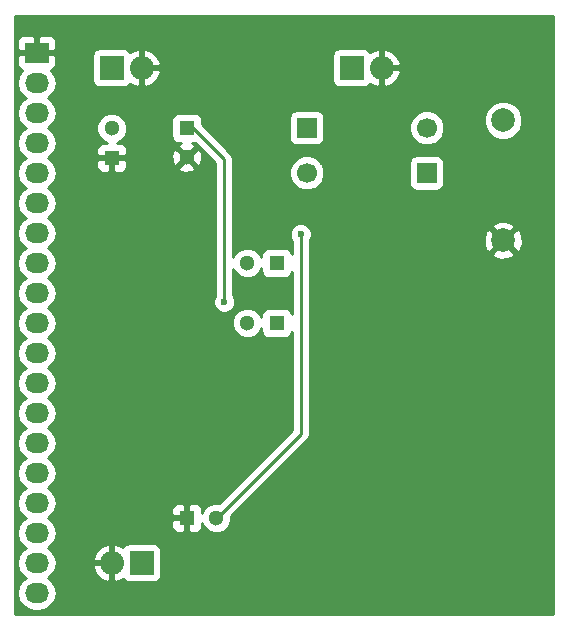
<source format=gbr>
G04 #@! TF.FileFunction,Copper,L2,Bot,Signal*
%FSLAX46Y46*%
G04 Gerber Fmt 4.6, Leading zero omitted, Abs format (unit mm)*
G04 Created by KiCad (PCBNEW 4.0.6-e0-6349~53~ubuntu16.04.1) date Thu Oct  5 16:52:54 2017*
%MOMM*%
%LPD*%
G01*
G04 APERTURE LIST*
%ADD10C,0.100000*%
%ADD11R,1.300000X1.300000*%
%ADD12C,1.300000*%
%ADD13C,1.699260*%
%ADD14R,1.699260X1.699260*%
%ADD15R,2.032000X1.727200*%
%ADD16O,2.032000X1.727200*%
%ADD17R,2.032000X2.032000*%
%ADD18O,2.032000X2.032000*%
%ADD19C,1.998980*%
%ADD20C,0.600000*%
%ADD21C,0.250000*%
%ADD22C,0.254000*%
G04 APERTURE END LIST*
D10*
D11*
X93980000Y-132080000D03*
D12*
X93980000Y-129580000D03*
D11*
X100330000Y-129540000D03*
D12*
X100330000Y-132040000D03*
D11*
X100330000Y-162560000D03*
D12*
X102830000Y-162560000D03*
D11*
X107950000Y-140970000D03*
D12*
X105450000Y-140970000D03*
D11*
X107950000Y-146050000D03*
D12*
X105450000Y-146050000D03*
D13*
X120650520Y-129537460D03*
D14*
X110490520Y-129537460D03*
D13*
X110489480Y-133352540D03*
D14*
X120649480Y-133352540D03*
D15*
X87630000Y-123190000D03*
D16*
X87630000Y-125730000D03*
X87630000Y-128270000D03*
X87630000Y-130810000D03*
X87630000Y-133350000D03*
X87630000Y-135890000D03*
X87630000Y-138430000D03*
X87630000Y-140970000D03*
X87630000Y-143510000D03*
X87630000Y-146050000D03*
X87630000Y-148590000D03*
X87630000Y-151130000D03*
X87630000Y-153670000D03*
X87630000Y-156210000D03*
X87630000Y-158750000D03*
X87630000Y-161290000D03*
X87630000Y-163830000D03*
X87630000Y-166370000D03*
X87630000Y-168910000D03*
D17*
X96520000Y-166370000D03*
D18*
X93980000Y-166370000D03*
D17*
X114300000Y-124460000D03*
D18*
X116840000Y-124460000D03*
D17*
X93980000Y-124460000D03*
D18*
X96520000Y-124460000D03*
D19*
X127127000Y-128905000D03*
X127127000Y-139065000D03*
D20*
X103505000Y-144272000D03*
X109982000Y-138557000D03*
D21*
X100330000Y-129540000D02*
X100838000Y-129540000D01*
X100838000Y-129540000D02*
X103505000Y-132207000D01*
X103505000Y-132207000D02*
X103505000Y-144272000D01*
X100290000Y-129580000D02*
X100330000Y-129540000D01*
X102830000Y-162560000D02*
X102870000Y-162560000D01*
X102870000Y-162560000D02*
X109982000Y-155448000D01*
X109982000Y-155448000D02*
X109982000Y-138557000D01*
D22*
G36*
X131370000Y-170740000D02*
X85800000Y-170740000D01*
X85800000Y-125730000D01*
X85946655Y-125730000D01*
X86060729Y-126303489D01*
X86385585Y-126789670D01*
X86700366Y-127000000D01*
X86385585Y-127210330D01*
X86060729Y-127696511D01*
X85946655Y-128270000D01*
X86060729Y-128843489D01*
X86385585Y-129329670D01*
X86700366Y-129540000D01*
X86385585Y-129750330D01*
X86060729Y-130236511D01*
X85946655Y-130810000D01*
X86060729Y-131383489D01*
X86385585Y-131869670D01*
X86700366Y-132080000D01*
X86385585Y-132290330D01*
X86060729Y-132776511D01*
X85946655Y-133350000D01*
X86060729Y-133923489D01*
X86385585Y-134409670D01*
X86700366Y-134620000D01*
X86385585Y-134830330D01*
X86060729Y-135316511D01*
X85946655Y-135890000D01*
X86060729Y-136463489D01*
X86385585Y-136949670D01*
X86700366Y-137160000D01*
X86385585Y-137370330D01*
X86060729Y-137856511D01*
X85946655Y-138430000D01*
X86060729Y-139003489D01*
X86385585Y-139489670D01*
X86700366Y-139700000D01*
X86385585Y-139910330D01*
X86060729Y-140396511D01*
X85946655Y-140970000D01*
X86060729Y-141543489D01*
X86385585Y-142029670D01*
X86700366Y-142240000D01*
X86385585Y-142450330D01*
X86060729Y-142936511D01*
X85946655Y-143510000D01*
X86060729Y-144083489D01*
X86385585Y-144569670D01*
X86700366Y-144780000D01*
X86385585Y-144990330D01*
X86060729Y-145476511D01*
X85946655Y-146050000D01*
X86060729Y-146623489D01*
X86385585Y-147109670D01*
X86700366Y-147320000D01*
X86385585Y-147530330D01*
X86060729Y-148016511D01*
X85946655Y-148590000D01*
X86060729Y-149163489D01*
X86385585Y-149649670D01*
X86700366Y-149860000D01*
X86385585Y-150070330D01*
X86060729Y-150556511D01*
X85946655Y-151130000D01*
X86060729Y-151703489D01*
X86385585Y-152189670D01*
X86700366Y-152400000D01*
X86385585Y-152610330D01*
X86060729Y-153096511D01*
X85946655Y-153670000D01*
X86060729Y-154243489D01*
X86385585Y-154729670D01*
X86700366Y-154940000D01*
X86385585Y-155150330D01*
X86060729Y-155636511D01*
X85946655Y-156210000D01*
X86060729Y-156783489D01*
X86385585Y-157269670D01*
X86700366Y-157480000D01*
X86385585Y-157690330D01*
X86060729Y-158176511D01*
X85946655Y-158750000D01*
X86060729Y-159323489D01*
X86385585Y-159809670D01*
X86700366Y-160020000D01*
X86385585Y-160230330D01*
X86060729Y-160716511D01*
X85946655Y-161290000D01*
X86060729Y-161863489D01*
X86385585Y-162349670D01*
X86700366Y-162560000D01*
X86385585Y-162770330D01*
X86060729Y-163256511D01*
X85946655Y-163830000D01*
X86060729Y-164403489D01*
X86385585Y-164889670D01*
X86700366Y-165100000D01*
X86385585Y-165310330D01*
X86060729Y-165796511D01*
X85946655Y-166370000D01*
X86060729Y-166943489D01*
X86385585Y-167429670D01*
X86700366Y-167640000D01*
X86385585Y-167850330D01*
X86060729Y-168336511D01*
X85946655Y-168910000D01*
X86060729Y-169483489D01*
X86385585Y-169969670D01*
X86871766Y-170294526D01*
X87445255Y-170408600D01*
X87814745Y-170408600D01*
X88388234Y-170294526D01*
X88874415Y-169969670D01*
X89199271Y-169483489D01*
X89313345Y-168910000D01*
X89199271Y-168336511D01*
X88874415Y-167850330D01*
X88559634Y-167640000D01*
X88874415Y-167429670D01*
X89199271Y-166943489D01*
X89237172Y-166752944D01*
X92374025Y-166752944D01*
X92573615Y-167234818D01*
X93011621Y-167707188D01*
X93597054Y-167975983D01*
X93853000Y-167857367D01*
X93853000Y-166497000D01*
X92493164Y-166497000D01*
X92374025Y-166752944D01*
X89237172Y-166752944D01*
X89313345Y-166370000D01*
X89237173Y-165987056D01*
X92374025Y-165987056D01*
X92493164Y-166243000D01*
X93853000Y-166243000D01*
X93853000Y-164882633D01*
X94107000Y-164882633D01*
X94107000Y-166243000D01*
X94127000Y-166243000D01*
X94127000Y-166497000D01*
X94107000Y-166497000D01*
X94107000Y-167857367D01*
X94362946Y-167975983D01*
X94948379Y-167707188D01*
X94952934Y-167702276D01*
X95039910Y-167837441D01*
X95252110Y-167982431D01*
X95504000Y-168033440D01*
X97536000Y-168033440D01*
X97771317Y-167989162D01*
X97987441Y-167850090D01*
X98132431Y-167637890D01*
X98183440Y-167386000D01*
X98183440Y-165354000D01*
X98139162Y-165118683D01*
X98000090Y-164902559D01*
X97787890Y-164757569D01*
X97536000Y-164706560D01*
X95504000Y-164706560D01*
X95268683Y-164750838D01*
X95052559Y-164889910D01*
X94952144Y-165036872D01*
X94948379Y-165032812D01*
X94362946Y-164764017D01*
X94107000Y-164882633D01*
X93853000Y-164882633D01*
X93597054Y-164764017D01*
X93011621Y-165032812D01*
X92573615Y-165505182D01*
X92374025Y-165987056D01*
X89237173Y-165987056D01*
X89199271Y-165796511D01*
X88874415Y-165310330D01*
X88559634Y-165100000D01*
X88874415Y-164889670D01*
X89199271Y-164403489D01*
X89313345Y-163830000D01*
X89199271Y-163256511D01*
X88924810Y-162845750D01*
X99045000Y-162845750D01*
X99045000Y-163336310D01*
X99141673Y-163569699D01*
X99320302Y-163748327D01*
X99553691Y-163845000D01*
X100044250Y-163845000D01*
X100203000Y-163686250D01*
X100203000Y-162687000D01*
X99203750Y-162687000D01*
X99045000Y-162845750D01*
X88924810Y-162845750D01*
X88874415Y-162770330D01*
X88559634Y-162560000D01*
X88874415Y-162349670D01*
X89199271Y-161863489D01*
X89215144Y-161783690D01*
X99045000Y-161783690D01*
X99045000Y-162274250D01*
X99203750Y-162433000D01*
X100203000Y-162433000D01*
X100203000Y-161433750D01*
X100044250Y-161275000D01*
X99553691Y-161275000D01*
X99320302Y-161371673D01*
X99141673Y-161550301D01*
X99045000Y-161783690D01*
X89215144Y-161783690D01*
X89313345Y-161290000D01*
X89199271Y-160716511D01*
X88874415Y-160230330D01*
X88559634Y-160020000D01*
X88874415Y-159809670D01*
X89199271Y-159323489D01*
X89313345Y-158750000D01*
X89199271Y-158176511D01*
X88874415Y-157690330D01*
X88559634Y-157480000D01*
X88874415Y-157269670D01*
X89199271Y-156783489D01*
X89313345Y-156210000D01*
X89199271Y-155636511D01*
X88874415Y-155150330D01*
X88559634Y-154940000D01*
X88874415Y-154729670D01*
X89199271Y-154243489D01*
X89313345Y-153670000D01*
X89199271Y-153096511D01*
X88874415Y-152610330D01*
X88559634Y-152400000D01*
X88874415Y-152189670D01*
X89199271Y-151703489D01*
X89313345Y-151130000D01*
X89199271Y-150556511D01*
X88874415Y-150070330D01*
X88559634Y-149860000D01*
X88874415Y-149649670D01*
X89199271Y-149163489D01*
X89313345Y-148590000D01*
X89199271Y-148016511D01*
X88874415Y-147530330D01*
X88559634Y-147320000D01*
X88874415Y-147109670D01*
X89199271Y-146623489D01*
X89313345Y-146050000D01*
X89199271Y-145476511D01*
X88874415Y-144990330D01*
X88559634Y-144780000D01*
X88874415Y-144569670D01*
X89199271Y-144083489D01*
X89313345Y-143510000D01*
X89199271Y-142936511D01*
X88874415Y-142450330D01*
X88559634Y-142240000D01*
X88874415Y-142029670D01*
X89199271Y-141543489D01*
X89313345Y-140970000D01*
X89199271Y-140396511D01*
X88874415Y-139910330D01*
X88559634Y-139700000D01*
X88874415Y-139489670D01*
X89199271Y-139003489D01*
X89313345Y-138430000D01*
X89199271Y-137856511D01*
X88874415Y-137370330D01*
X88559634Y-137160000D01*
X88874415Y-136949670D01*
X89199271Y-136463489D01*
X89313345Y-135890000D01*
X89199271Y-135316511D01*
X88874415Y-134830330D01*
X88559634Y-134620000D01*
X88874415Y-134409670D01*
X89199271Y-133923489D01*
X89313345Y-133350000D01*
X89199271Y-132776511D01*
X88924810Y-132365750D01*
X92695000Y-132365750D01*
X92695000Y-132856309D01*
X92791673Y-133089698D01*
X92970301Y-133268327D01*
X93203690Y-133365000D01*
X93694250Y-133365000D01*
X93853000Y-133206250D01*
X93853000Y-132207000D01*
X94107000Y-132207000D01*
X94107000Y-133206250D01*
X94265750Y-133365000D01*
X94756310Y-133365000D01*
X94989699Y-133268327D01*
X95168327Y-133089698D01*
X95230741Y-132939016D01*
X99610590Y-132939016D01*
X99666271Y-133169611D01*
X100149078Y-133337622D01*
X100659428Y-133308083D01*
X100993729Y-133169611D01*
X101049410Y-132939016D01*
X100330000Y-132219605D01*
X99610590Y-132939016D01*
X95230741Y-132939016D01*
X95265000Y-132856309D01*
X95265000Y-132365750D01*
X95106250Y-132207000D01*
X94107000Y-132207000D01*
X93853000Y-132207000D01*
X92853750Y-132207000D01*
X92695000Y-132365750D01*
X88924810Y-132365750D01*
X88874415Y-132290330D01*
X88559634Y-132080000D01*
X88874415Y-131869670D01*
X89199271Y-131383489D01*
X89313345Y-130810000D01*
X89199271Y-130236511D01*
X88930643Y-129834481D01*
X92694777Y-129834481D01*
X92889995Y-130306943D01*
X93251155Y-130668735D01*
X93555235Y-130795000D01*
X93203690Y-130795000D01*
X92970301Y-130891673D01*
X92791673Y-131070302D01*
X92695000Y-131303691D01*
X92695000Y-131794250D01*
X92853750Y-131953000D01*
X93853000Y-131953000D01*
X93853000Y-131933000D01*
X94107000Y-131933000D01*
X94107000Y-131953000D01*
X95106250Y-131953000D01*
X95200172Y-131859078D01*
X99032378Y-131859078D01*
X99061917Y-132369428D01*
X99200389Y-132703729D01*
X99430984Y-132759410D01*
X100150395Y-132040000D01*
X100509605Y-132040000D01*
X101229016Y-132759410D01*
X101459611Y-132703729D01*
X101627622Y-132220922D01*
X101598083Y-131710572D01*
X101459611Y-131376271D01*
X101229016Y-131320590D01*
X100509605Y-132040000D01*
X100150395Y-132040000D01*
X99430984Y-131320590D01*
X99200389Y-131376271D01*
X99032378Y-131859078D01*
X95200172Y-131859078D01*
X95265000Y-131794250D01*
X95265000Y-131303691D01*
X95168327Y-131070302D01*
X94989699Y-130891673D01*
X94756310Y-130795000D01*
X94404433Y-130795000D01*
X94706943Y-130670005D01*
X95068735Y-130308845D01*
X95264777Y-129836724D01*
X95265223Y-129325519D01*
X95085270Y-128890000D01*
X99032560Y-128890000D01*
X99032560Y-130190000D01*
X99076838Y-130425317D01*
X99215910Y-130641441D01*
X99428110Y-130786431D01*
X99680000Y-130837440D01*
X99842385Y-130837440D01*
X99666271Y-130910389D01*
X99610590Y-131140984D01*
X100330000Y-131860395D01*
X101049410Y-131140984D01*
X100993729Y-130910389D01*
X100784098Y-130837440D01*
X100980000Y-130837440D01*
X101047868Y-130824670D01*
X102745000Y-132521802D01*
X102745000Y-143709537D01*
X102712808Y-143741673D01*
X102570162Y-144085201D01*
X102569838Y-144457167D01*
X102711883Y-144800943D01*
X102974673Y-145064192D01*
X103318201Y-145206838D01*
X103690167Y-145207162D01*
X104033943Y-145065117D01*
X104297192Y-144802327D01*
X104439838Y-144458799D01*
X104440162Y-144086833D01*
X104298117Y-143743057D01*
X104265000Y-143709882D01*
X104265000Y-141467038D01*
X104359995Y-141696943D01*
X104721155Y-142058735D01*
X105193276Y-142254777D01*
X105704481Y-142255223D01*
X106176943Y-142060005D01*
X106538735Y-141698845D01*
X106652560Y-141424724D01*
X106652560Y-141620000D01*
X106696838Y-141855317D01*
X106835910Y-142071441D01*
X107048110Y-142216431D01*
X107300000Y-142267440D01*
X108600000Y-142267440D01*
X108835317Y-142223162D01*
X109051441Y-142084090D01*
X109196431Y-141871890D01*
X109222000Y-141745626D01*
X109222000Y-145264798D01*
X109203162Y-145164683D01*
X109064090Y-144948559D01*
X108851890Y-144803569D01*
X108600000Y-144752560D01*
X107300000Y-144752560D01*
X107064683Y-144796838D01*
X106848559Y-144935910D01*
X106703569Y-145148110D01*
X106652560Y-145400000D01*
X106652560Y-145595460D01*
X106540005Y-145323057D01*
X106178845Y-144961265D01*
X105706724Y-144765223D01*
X105195519Y-144764777D01*
X104723057Y-144959995D01*
X104361265Y-145321155D01*
X104165223Y-145793276D01*
X104164777Y-146304481D01*
X104359995Y-146776943D01*
X104721155Y-147138735D01*
X105193276Y-147334777D01*
X105704481Y-147335223D01*
X106176943Y-147140005D01*
X106538735Y-146778845D01*
X106652560Y-146504724D01*
X106652560Y-146700000D01*
X106696838Y-146935317D01*
X106835910Y-147151441D01*
X107048110Y-147296431D01*
X107300000Y-147347440D01*
X108600000Y-147347440D01*
X108835317Y-147303162D01*
X109051441Y-147164090D01*
X109196431Y-146951890D01*
X109222000Y-146825626D01*
X109222000Y-155133198D01*
X103079981Y-161275217D01*
X102575519Y-161274777D01*
X102103057Y-161469995D01*
X101741265Y-161831155D01*
X101615000Y-162135235D01*
X101615000Y-161783690D01*
X101518327Y-161550301D01*
X101339698Y-161371673D01*
X101106309Y-161275000D01*
X100615750Y-161275000D01*
X100457000Y-161433750D01*
X100457000Y-162433000D01*
X100477000Y-162433000D01*
X100477000Y-162687000D01*
X100457000Y-162687000D01*
X100457000Y-163686250D01*
X100615750Y-163845000D01*
X101106309Y-163845000D01*
X101339698Y-163748327D01*
X101518327Y-163569699D01*
X101615000Y-163336310D01*
X101615000Y-162984433D01*
X101739995Y-163286943D01*
X102101155Y-163648735D01*
X102573276Y-163844777D01*
X103084481Y-163845223D01*
X103556943Y-163650005D01*
X103918735Y-163288845D01*
X104114777Y-162816724D01*
X104115150Y-162389652D01*
X110519401Y-155985401D01*
X110684148Y-155738839D01*
X110742000Y-155448000D01*
X110742000Y-140217163D01*
X126154443Y-140217163D01*
X126253042Y-140483965D01*
X126862582Y-140710401D01*
X127512377Y-140686341D01*
X128000958Y-140483965D01*
X128099557Y-140217163D01*
X127127000Y-139244605D01*
X126154443Y-140217163D01*
X110742000Y-140217163D01*
X110742000Y-139119463D01*
X110774192Y-139087327D01*
X110893259Y-138800582D01*
X125481599Y-138800582D01*
X125505659Y-139450377D01*
X125708035Y-139938958D01*
X125974837Y-140037557D01*
X126947395Y-139065000D01*
X127306605Y-139065000D01*
X128279163Y-140037557D01*
X128545965Y-139938958D01*
X128772401Y-139329418D01*
X128748341Y-138679623D01*
X128545965Y-138191042D01*
X128279163Y-138092443D01*
X127306605Y-139065000D01*
X126947395Y-139065000D01*
X125974837Y-138092443D01*
X125708035Y-138191042D01*
X125481599Y-138800582D01*
X110893259Y-138800582D01*
X110916838Y-138743799D01*
X110917162Y-138371833D01*
X110775117Y-138028057D01*
X110660098Y-137912837D01*
X126154443Y-137912837D01*
X127127000Y-138885395D01*
X128099557Y-137912837D01*
X128000958Y-137646035D01*
X127391418Y-137419599D01*
X126741623Y-137443659D01*
X126253042Y-137646035D01*
X126154443Y-137912837D01*
X110660098Y-137912837D01*
X110512327Y-137764808D01*
X110168799Y-137622162D01*
X109796833Y-137621838D01*
X109453057Y-137763883D01*
X109189808Y-138026673D01*
X109047162Y-138370201D01*
X109046838Y-138742167D01*
X109188883Y-139085943D01*
X109222000Y-139119118D01*
X109222000Y-140184798D01*
X109203162Y-140084683D01*
X109064090Y-139868559D01*
X108851890Y-139723569D01*
X108600000Y-139672560D01*
X107300000Y-139672560D01*
X107064683Y-139716838D01*
X106848559Y-139855910D01*
X106703569Y-140068110D01*
X106652560Y-140320000D01*
X106652560Y-140515460D01*
X106540005Y-140243057D01*
X106178845Y-139881265D01*
X105706724Y-139685223D01*
X105195519Y-139684777D01*
X104723057Y-139879995D01*
X104361265Y-140241155D01*
X104265000Y-140472987D01*
X104265000Y-133646556D01*
X109004592Y-133646556D01*
X109230138Y-134192417D01*
X109647406Y-134610414D01*
X110192873Y-134836912D01*
X110783496Y-134837428D01*
X111329357Y-134611882D01*
X111747354Y-134194614D01*
X111973852Y-133649147D01*
X111974368Y-133058524D01*
X111748822Y-132512663D01*
X111739087Y-132502910D01*
X119152410Y-132502910D01*
X119152410Y-134202170D01*
X119196688Y-134437487D01*
X119335760Y-134653611D01*
X119547960Y-134798601D01*
X119799850Y-134849610D01*
X121499110Y-134849610D01*
X121734427Y-134805332D01*
X121950551Y-134666260D01*
X122095541Y-134454060D01*
X122146550Y-134202170D01*
X122146550Y-132502910D01*
X122102272Y-132267593D01*
X121963200Y-132051469D01*
X121751000Y-131906479D01*
X121499110Y-131855470D01*
X119799850Y-131855470D01*
X119564533Y-131899748D01*
X119348409Y-132038820D01*
X119203419Y-132251020D01*
X119152410Y-132502910D01*
X111739087Y-132502910D01*
X111331554Y-132094666D01*
X110786087Y-131868168D01*
X110195464Y-131867652D01*
X109649603Y-132093198D01*
X109231606Y-132510466D01*
X109005108Y-133055933D01*
X109004592Y-133646556D01*
X104265000Y-133646556D01*
X104265000Y-132207000D01*
X104207148Y-131916161D01*
X104042401Y-131669599D01*
X101627440Y-129254638D01*
X101627440Y-128890000D01*
X101589400Y-128687830D01*
X108993450Y-128687830D01*
X108993450Y-130387090D01*
X109037728Y-130622407D01*
X109176800Y-130838531D01*
X109389000Y-130983521D01*
X109640890Y-131034530D01*
X111340150Y-131034530D01*
X111575467Y-130990252D01*
X111791591Y-130851180D01*
X111936581Y-130638980D01*
X111987590Y-130387090D01*
X111987590Y-129831476D01*
X119165632Y-129831476D01*
X119391178Y-130377337D01*
X119808446Y-130795334D01*
X120353913Y-131021832D01*
X120944536Y-131022348D01*
X121490397Y-130796802D01*
X121908394Y-130379534D01*
X122134892Y-129834067D01*
X122135408Y-129243444D01*
X122129314Y-129228694D01*
X125492226Y-129228694D01*
X125740538Y-129829655D01*
X126199927Y-130289846D01*
X126800453Y-130539206D01*
X127450694Y-130539774D01*
X128051655Y-130291462D01*
X128511846Y-129832073D01*
X128761206Y-129231547D01*
X128761774Y-128581306D01*
X128513462Y-127980345D01*
X128054073Y-127520154D01*
X127453547Y-127270794D01*
X126803306Y-127270226D01*
X126202345Y-127518538D01*
X125742154Y-127977927D01*
X125492794Y-128578453D01*
X125492226Y-129228694D01*
X122129314Y-129228694D01*
X121909862Y-128697583D01*
X121492594Y-128279586D01*
X120947127Y-128053088D01*
X120356504Y-128052572D01*
X119810643Y-128278118D01*
X119392646Y-128695386D01*
X119166148Y-129240853D01*
X119165632Y-129831476D01*
X111987590Y-129831476D01*
X111987590Y-128687830D01*
X111943312Y-128452513D01*
X111804240Y-128236389D01*
X111592040Y-128091399D01*
X111340150Y-128040390D01*
X109640890Y-128040390D01*
X109405573Y-128084668D01*
X109189449Y-128223740D01*
X109044459Y-128435940D01*
X108993450Y-128687830D01*
X101589400Y-128687830D01*
X101583162Y-128654683D01*
X101444090Y-128438559D01*
X101231890Y-128293569D01*
X100980000Y-128242560D01*
X99680000Y-128242560D01*
X99444683Y-128286838D01*
X99228559Y-128425910D01*
X99083569Y-128638110D01*
X99032560Y-128890000D01*
X95085270Y-128890000D01*
X95070005Y-128853057D01*
X94708845Y-128491265D01*
X94236724Y-128295223D01*
X93725519Y-128294777D01*
X93253057Y-128489995D01*
X92891265Y-128851155D01*
X92695223Y-129323276D01*
X92694777Y-129834481D01*
X88930643Y-129834481D01*
X88874415Y-129750330D01*
X88559634Y-129540000D01*
X88874415Y-129329670D01*
X89199271Y-128843489D01*
X89313345Y-128270000D01*
X89199271Y-127696511D01*
X88874415Y-127210330D01*
X88559634Y-127000000D01*
X88874415Y-126789670D01*
X89199271Y-126303489D01*
X89313345Y-125730000D01*
X89199271Y-125156511D01*
X88874415Y-124670330D01*
X88852220Y-124655500D01*
X89005699Y-124591927D01*
X89184327Y-124413298D01*
X89281000Y-124179909D01*
X89281000Y-123475750D01*
X89249250Y-123444000D01*
X92316560Y-123444000D01*
X92316560Y-125476000D01*
X92360838Y-125711317D01*
X92499910Y-125927441D01*
X92712110Y-126072431D01*
X92964000Y-126123440D01*
X94996000Y-126123440D01*
X95231317Y-126079162D01*
X95447441Y-125940090D01*
X95547856Y-125793128D01*
X95551621Y-125797188D01*
X96137054Y-126065983D01*
X96393000Y-125947367D01*
X96393000Y-124587000D01*
X96647000Y-124587000D01*
X96647000Y-125947367D01*
X96902946Y-126065983D01*
X97488379Y-125797188D01*
X97926385Y-125324818D01*
X98125975Y-124842944D01*
X98006836Y-124587000D01*
X96647000Y-124587000D01*
X96393000Y-124587000D01*
X96373000Y-124587000D01*
X96373000Y-124333000D01*
X96393000Y-124333000D01*
X96393000Y-122972633D01*
X96647000Y-122972633D01*
X96647000Y-124333000D01*
X98006836Y-124333000D01*
X98125975Y-124077056D01*
X97926385Y-123595182D01*
X97786202Y-123444000D01*
X112636560Y-123444000D01*
X112636560Y-125476000D01*
X112680838Y-125711317D01*
X112819910Y-125927441D01*
X113032110Y-126072431D01*
X113284000Y-126123440D01*
X115316000Y-126123440D01*
X115551317Y-126079162D01*
X115767441Y-125940090D01*
X115867856Y-125793128D01*
X115871621Y-125797188D01*
X116457054Y-126065983D01*
X116713000Y-125947367D01*
X116713000Y-124587000D01*
X116967000Y-124587000D01*
X116967000Y-125947367D01*
X117222946Y-126065983D01*
X117808379Y-125797188D01*
X118246385Y-125324818D01*
X118445975Y-124842944D01*
X118326836Y-124587000D01*
X116967000Y-124587000D01*
X116713000Y-124587000D01*
X116693000Y-124587000D01*
X116693000Y-124333000D01*
X116713000Y-124333000D01*
X116713000Y-122972633D01*
X116967000Y-122972633D01*
X116967000Y-124333000D01*
X118326836Y-124333000D01*
X118445975Y-124077056D01*
X118246385Y-123595182D01*
X117808379Y-123122812D01*
X117222946Y-122854017D01*
X116967000Y-122972633D01*
X116713000Y-122972633D01*
X116457054Y-122854017D01*
X115871621Y-123122812D01*
X115867066Y-123127724D01*
X115780090Y-122992559D01*
X115567890Y-122847569D01*
X115316000Y-122796560D01*
X113284000Y-122796560D01*
X113048683Y-122840838D01*
X112832559Y-122979910D01*
X112687569Y-123192110D01*
X112636560Y-123444000D01*
X97786202Y-123444000D01*
X97488379Y-123122812D01*
X96902946Y-122854017D01*
X96647000Y-122972633D01*
X96393000Y-122972633D01*
X96137054Y-122854017D01*
X95551621Y-123122812D01*
X95547066Y-123127724D01*
X95460090Y-122992559D01*
X95247890Y-122847569D01*
X94996000Y-122796560D01*
X92964000Y-122796560D01*
X92728683Y-122840838D01*
X92512559Y-122979910D01*
X92367569Y-123192110D01*
X92316560Y-123444000D01*
X89249250Y-123444000D01*
X89122250Y-123317000D01*
X87757000Y-123317000D01*
X87757000Y-123337000D01*
X87503000Y-123337000D01*
X87503000Y-123317000D01*
X86137750Y-123317000D01*
X85979000Y-123475750D01*
X85979000Y-124179909D01*
X86075673Y-124413298D01*
X86254301Y-124591927D01*
X86407780Y-124655500D01*
X86385585Y-124670330D01*
X86060729Y-125156511D01*
X85946655Y-125730000D01*
X85800000Y-125730000D01*
X85800000Y-122200091D01*
X85979000Y-122200091D01*
X85979000Y-122904250D01*
X86137750Y-123063000D01*
X87503000Y-123063000D01*
X87503000Y-121850150D01*
X87757000Y-121850150D01*
X87757000Y-123063000D01*
X89122250Y-123063000D01*
X89281000Y-122904250D01*
X89281000Y-122200091D01*
X89184327Y-121966702D01*
X89005699Y-121788073D01*
X88772310Y-121691400D01*
X87915750Y-121691400D01*
X87757000Y-121850150D01*
X87503000Y-121850150D01*
X87344250Y-121691400D01*
X86487690Y-121691400D01*
X86254301Y-121788073D01*
X86075673Y-121966702D01*
X85979000Y-122200091D01*
X85800000Y-122200091D01*
X85800000Y-120090000D01*
X131370000Y-120090000D01*
X131370000Y-170740000D01*
X131370000Y-170740000D01*
G37*
X131370000Y-170740000D02*
X85800000Y-170740000D01*
X85800000Y-125730000D01*
X85946655Y-125730000D01*
X86060729Y-126303489D01*
X86385585Y-126789670D01*
X86700366Y-127000000D01*
X86385585Y-127210330D01*
X86060729Y-127696511D01*
X85946655Y-128270000D01*
X86060729Y-128843489D01*
X86385585Y-129329670D01*
X86700366Y-129540000D01*
X86385585Y-129750330D01*
X86060729Y-130236511D01*
X85946655Y-130810000D01*
X86060729Y-131383489D01*
X86385585Y-131869670D01*
X86700366Y-132080000D01*
X86385585Y-132290330D01*
X86060729Y-132776511D01*
X85946655Y-133350000D01*
X86060729Y-133923489D01*
X86385585Y-134409670D01*
X86700366Y-134620000D01*
X86385585Y-134830330D01*
X86060729Y-135316511D01*
X85946655Y-135890000D01*
X86060729Y-136463489D01*
X86385585Y-136949670D01*
X86700366Y-137160000D01*
X86385585Y-137370330D01*
X86060729Y-137856511D01*
X85946655Y-138430000D01*
X86060729Y-139003489D01*
X86385585Y-139489670D01*
X86700366Y-139700000D01*
X86385585Y-139910330D01*
X86060729Y-140396511D01*
X85946655Y-140970000D01*
X86060729Y-141543489D01*
X86385585Y-142029670D01*
X86700366Y-142240000D01*
X86385585Y-142450330D01*
X86060729Y-142936511D01*
X85946655Y-143510000D01*
X86060729Y-144083489D01*
X86385585Y-144569670D01*
X86700366Y-144780000D01*
X86385585Y-144990330D01*
X86060729Y-145476511D01*
X85946655Y-146050000D01*
X86060729Y-146623489D01*
X86385585Y-147109670D01*
X86700366Y-147320000D01*
X86385585Y-147530330D01*
X86060729Y-148016511D01*
X85946655Y-148590000D01*
X86060729Y-149163489D01*
X86385585Y-149649670D01*
X86700366Y-149860000D01*
X86385585Y-150070330D01*
X86060729Y-150556511D01*
X85946655Y-151130000D01*
X86060729Y-151703489D01*
X86385585Y-152189670D01*
X86700366Y-152400000D01*
X86385585Y-152610330D01*
X86060729Y-153096511D01*
X85946655Y-153670000D01*
X86060729Y-154243489D01*
X86385585Y-154729670D01*
X86700366Y-154940000D01*
X86385585Y-155150330D01*
X86060729Y-155636511D01*
X85946655Y-156210000D01*
X86060729Y-156783489D01*
X86385585Y-157269670D01*
X86700366Y-157480000D01*
X86385585Y-157690330D01*
X86060729Y-158176511D01*
X85946655Y-158750000D01*
X86060729Y-159323489D01*
X86385585Y-159809670D01*
X86700366Y-160020000D01*
X86385585Y-160230330D01*
X86060729Y-160716511D01*
X85946655Y-161290000D01*
X86060729Y-161863489D01*
X86385585Y-162349670D01*
X86700366Y-162560000D01*
X86385585Y-162770330D01*
X86060729Y-163256511D01*
X85946655Y-163830000D01*
X86060729Y-164403489D01*
X86385585Y-164889670D01*
X86700366Y-165100000D01*
X86385585Y-165310330D01*
X86060729Y-165796511D01*
X85946655Y-166370000D01*
X86060729Y-166943489D01*
X86385585Y-167429670D01*
X86700366Y-167640000D01*
X86385585Y-167850330D01*
X86060729Y-168336511D01*
X85946655Y-168910000D01*
X86060729Y-169483489D01*
X86385585Y-169969670D01*
X86871766Y-170294526D01*
X87445255Y-170408600D01*
X87814745Y-170408600D01*
X88388234Y-170294526D01*
X88874415Y-169969670D01*
X89199271Y-169483489D01*
X89313345Y-168910000D01*
X89199271Y-168336511D01*
X88874415Y-167850330D01*
X88559634Y-167640000D01*
X88874415Y-167429670D01*
X89199271Y-166943489D01*
X89237172Y-166752944D01*
X92374025Y-166752944D01*
X92573615Y-167234818D01*
X93011621Y-167707188D01*
X93597054Y-167975983D01*
X93853000Y-167857367D01*
X93853000Y-166497000D01*
X92493164Y-166497000D01*
X92374025Y-166752944D01*
X89237172Y-166752944D01*
X89313345Y-166370000D01*
X89237173Y-165987056D01*
X92374025Y-165987056D01*
X92493164Y-166243000D01*
X93853000Y-166243000D01*
X93853000Y-164882633D01*
X94107000Y-164882633D01*
X94107000Y-166243000D01*
X94127000Y-166243000D01*
X94127000Y-166497000D01*
X94107000Y-166497000D01*
X94107000Y-167857367D01*
X94362946Y-167975983D01*
X94948379Y-167707188D01*
X94952934Y-167702276D01*
X95039910Y-167837441D01*
X95252110Y-167982431D01*
X95504000Y-168033440D01*
X97536000Y-168033440D01*
X97771317Y-167989162D01*
X97987441Y-167850090D01*
X98132431Y-167637890D01*
X98183440Y-167386000D01*
X98183440Y-165354000D01*
X98139162Y-165118683D01*
X98000090Y-164902559D01*
X97787890Y-164757569D01*
X97536000Y-164706560D01*
X95504000Y-164706560D01*
X95268683Y-164750838D01*
X95052559Y-164889910D01*
X94952144Y-165036872D01*
X94948379Y-165032812D01*
X94362946Y-164764017D01*
X94107000Y-164882633D01*
X93853000Y-164882633D01*
X93597054Y-164764017D01*
X93011621Y-165032812D01*
X92573615Y-165505182D01*
X92374025Y-165987056D01*
X89237173Y-165987056D01*
X89199271Y-165796511D01*
X88874415Y-165310330D01*
X88559634Y-165100000D01*
X88874415Y-164889670D01*
X89199271Y-164403489D01*
X89313345Y-163830000D01*
X89199271Y-163256511D01*
X88924810Y-162845750D01*
X99045000Y-162845750D01*
X99045000Y-163336310D01*
X99141673Y-163569699D01*
X99320302Y-163748327D01*
X99553691Y-163845000D01*
X100044250Y-163845000D01*
X100203000Y-163686250D01*
X100203000Y-162687000D01*
X99203750Y-162687000D01*
X99045000Y-162845750D01*
X88924810Y-162845750D01*
X88874415Y-162770330D01*
X88559634Y-162560000D01*
X88874415Y-162349670D01*
X89199271Y-161863489D01*
X89215144Y-161783690D01*
X99045000Y-161783690D01*
X99045000Y-162274250D01*
X99203750Y-162433000D01*
X100203000Y-162433000D01*
X100203000Y-161433750D01*
X100044250Y-161275000D01*
X99553691Y-161275000D01*
X99320302Y-161371673D01*
X99141673Y-161550301D01*
X99045000Y-161783690D01*
X89215144Y-161783690D01*
X89313345Y-161290000D01*
X89199271Y-160716511D01*
X88874415Y-160230330D01*
X88559634Y-160020000D01*
X88874415Y-159809670D01*
X89199271Y-159323489D01*
X89313345Y-158750000D01*
X89199271Y-158176511D01*
X88874415Y-157690330D01*
X88559634Y-157480000D01*
X88874415Y-157269670D01*
X89199271Y-156783489D01*
X89313345Y-156210000D01*
X89199271Y-155636511D01*
X88874415Y-155150330D01*
X88559634Y-154940000D01*
X88874415Y-154729670D01*
X89199271Y-154243489D01*
X89313345Y-153670000D01*
X89199271Y-153096511D01*
X88874415Y-152610330D01*
X88559634Y-152400000D01*
X88874415Y-152189670D01*
X89199271Y-151703489D01*
X89313345Y-151130000D01*
X89199271Y-150556511D01*
X88874415Y-150070330D01*
X88559634Y-149860000D01*
X88874415Y-149649670D01*
X89199271Y-149163489D01*
X89313345Y-148590000D01*
X89199271Y-148016511D01*
X88874415Y-147530330D01*
X88559634Y-147320000D01*
X88874415Y-147109670D01*
X89199271Y-146623489D01*
X89313345Y-146050000D01*
X89199271Y-145476511D01*
X88874415Y-144990330D01*
X88559634Y-144780000D01*
X88874415Y-144569670D01*
X89199271Y-144083489D01*
X89313345Y-143510000D01*
X89199271Y-142936511D01*
X88874415Y-142450330D01*
X88559634Y-142240000D01*
X88874415Y-142029670D01*
X89199271Y-141543489D01*
X89313345Y-140970000D01*
X89199271Y-140396511D01*
X88874415Y-139910330D01*
X88559634Y-139700000D01*
X88874415Y-139489670D01*
X89199271Y-139003489D01*
X89313345Y-138430000D01*
X89199271Y-137856511D01*
X88874415Y-137370330D01*
X88559634Y-137160000D01*
X88874415Y-136949670D01*
X89199271Y-136463489D01*
X89313345Y-135890000D01*
X89199271Y-135316511D01*
X88874415Y-134830330D01*
X88559634Y-134620000D01*
X88874415Y-134409670D01*
X89199271Y-133923489D01*
X89313345Y-133350000D01*
X89199271Y-132776511D01*
X88924810Y-132365750D01*
X92695000Y-132365750D01*
X92695000Y-132856309D01*
X92791673Y-133089698D01*
X92970301Y-133268327D01*
X93203690Y-133365000D01*
X93694250Y-133365000D01*
X93853000Y-133206250D01*
X93853000Y-132207000D01*
X94107000Y-132207000D01*
X94107000Y-133206250D01*
X94265750Y-133365000D01*
X94756310Y-133365000D01*
X94989699Y-133268327D01*
X95168327Y-133089698D01*
X95230741Y-132939016D01*
X99610590Y-132939016D01*
X99666271Y-133169611D01*
X100149078Y-133337622D01*
X100659428Y-133308083D01*
X100993729Y-133169611D01*
X101049410Y-132939016D01*
X100330000Y-132219605D01*
X99610590Y-132939016D01*
X95230741Y-132939016D01*
X95265000Y-132856309D01*
X95265000Y-132365750D01*
X95106250Y-132207000D01*
X94107000Y-132207000D01*
X93853000Y-132207000D01*
X92853750Y-132207000D01*
X92695000Y-132365750D01*
X88924810Y-132365750D01*
X88874415Y-132290330D01*
X88559634Y-132080000D01*
X88874415Y-131869670D01*
X89199271Y-131383489D01*
X89313345Y-130810000D01*
X89199271Y-130236511D01*
X88930643Y-129834481D01*
X92694777Y-129834481D01*
X92889995Y-130306943D01*
X93251155Y-130668735D01*
X93555235Y-130795000D01*
X93203690Y-130795000D01*
X92970301Y-130891673D01*
X92791673Y-131070302D01*
X92695000Y-131303691D01*
X92695000Y-131794250D01*
X92853750Y-131953000D01*
X93853000Y-131953000D01*
X93853000Y-131933000D01*
X94107000Y-131933000D01*
X94107000Y-131953000D01*
X95106250Y-131953000D01*
X95200172Y-131859078D01*
X99032378Y-131859078D01*
X99061917Y-132369428D01*
X99200389Y-132703729D01*
X99430984Y-132759410D01*
X100150395Y-132040000D01*
X100509605Y-132040000D01*
X101229016Y-132759410D01*
X101459611Y-132703729D01*
X101627622Y-132220922D01*
X101598083Y-131710572D01*
X101459611Y-131376271D01*
X101229016Y-131320590D01*
X100509605Y-132040000D01*
X100150395Y-132040000D01*
X99430984Y-131320590D01*
X99200389Y-131376271D01*
X99032378Y-131859078D01*
X95200172Y-131859078D01*
X95265000Y-131794250D01*
X95265000Y-131303691D01*
X95168327Y-131070302D01*
X94989699Y-130891673D01*
X94756310Y-130795000D01*
X94404433Y-130795000D01*
X94706943Y-130670005D01*
X95068735Y-130308845D01*
X95264777Y-129836724D01*
X95265223Y-129325519D01*
X95085270Y-128890000D01*
X99032560Y-128890000D01*
X99032560Y-130190000D01*
X99076838Y-130425317D01*
X99215910Y-130641441D01*
X99428110Y-130786431D01*
X99680000Y-130837440D01*
X99842385Y-130837440D01*
X99666271Y-130910389D01*
X99610590Y-131140984D01*
X100330000Y-131860395D01*
X101049410Y-131140984D01*
X100993729Y-130910389D01*
X100784098Y-130837440D01*
X100980000Y-130837440D01*
X101047868Y-130824670D01*
X102745000Y-132521802D01*
X102745000Y-143709537D01*
X102712808Y-143741673D01*
X102570162Y-144085201D01*
X102569838Y-144457167D01*
X102711883Y-144800943D01*
X102974673Y-145064192D01*
X103318201Y-145206838D01*
X103690167Y-145207162D01*
X104033943Y-145065117D01*
X104297192Y-144802327D01*
X104439838Y-144458799D01*
X104440162Y-144086833D01*
X104298117Y-143743057D01*
X104265000Y-143709882D01*
X104265000Y-141467038D01*
X104359995Y-141696943D01*
X104721155Y-142058735D01*
X105193276Y-142254777D01*
X105704481Y-142255223D01*
X106176943Y-142060005D01*
X106538735Y-141698845D01*
X106652560Y-141424724D01*
X106652560Y-141620000D01*
X106696838Y-141855317D01*
X106835910Y-142071441D01*
X107048110Y-142216431D01*
X107300000Y-142267440D01*
X108600000Y-142267440D01*
X108835317Y-142223162D01*
X109051441Y-142084090D01*
X109196431Y-141871890D01*
X109222000Y-141745626D01*
X109222000Y-145264798D01*
X109203162Y-145164683D01*
X109064090Y-144948559D01*
X108851890Y-144803569D01*
X108600000Y-144752560D01*
X107300000Y-144752560D01*
X107064683Y-144796838D01*
X106848559Y-144935910D01*
X106703569Y-145148110D01*
X106652560Y-145400000D01*
X106652560Y-145595460D01*
X106540005Y-145323057D01*
X106178845Y-144961265D01*
X105706724Y-144765223D01*
X105195519Y-144764777D01*
X104723057Y-144959995D01*
X104361265Y-145321155D01*
X104165223Y-145793276D01*
X104164777Y-146304481D01*
X104359995Y-146776943D01*
X104721155Y-147138735D01*
X105193276Y-147334777D01*
X105704481Y-147335223D01*
X106176943Y-147140005D01*
X106538735Y-146778845D01*
X106652560Y-146504724D01*
X106652560Y-146700000D01*
X106696838Y-146935317D01*
X106835910Y-147151441D01*
X107048110Y-147296431D01*
X107300000Y-147347440D01*
X108600000Y-147347440D01*
X108835317Y-147303162D01*
X109051441Y-147164090D01*
X109196431Y-146951890D01*
X109222000Y-146825626D01*
X109222000Y-155133198D01*
X103079981Y-161275217D01*
X102575519Y-161274777D01*
X102103057Y-161469995D01*
X101741265Y-161831155D01*
X101615000Y-162135235D01*
X101615000Y-161783690D01*
X101518327Y-161550301D01*
X101339698Y-161371673D01*
X101106309Y-161275000D01*
X100615750Y-161275000D01*
X100457000Y-161433750D01*
X100457000Y-162433000D01*
X100477000Y-162433000D01*
X100477000Y-162687000D01*
X100457000Y-162687000D01*
X100457000Y-163686250D01*
X100615750Y-163845000D01*
X101106309Y-163845000D01*
X101339698Y-163748327D01*
X101518327Y-163569699D01*
X101615000Y-163336310D01*
X101615000Y-162984433D01*
X101739995Y-163286943D01*
X102101155Y-163648735D01*
X102573276Y-163844777D01*
X103084481Y-163845223D01*
X103556943Y-163650005D01*
X103918735Y-163288845D01*
X104114777Y-162816724D01*
X104115150Y-162389652D01*
X110519401Y-155985401D01*
X110684148Y-155738839D01*
X110742000Y-155448000D01*
X110742000Y-140217163D01*
X126154443Y-140217163D01*
X126253042Y-140483965D01*
X126862582Y-140710401D01*
X127512377Y-140686341D01*
X128000958Y-140483965D01*
X128099557Y-140217163D01*
X127127000Y-139244605D01*
X126154443Y-140217163D01*
X110742000Y-140217163D01*
X110742000Y-139119463D01*
X110774192Y-139087327D01*
X110893259Y-138800582D01*
X125481599Y-138800582D01*
X125505659Y-139450377D01*
X125708035Y-139938958D01*
X125974837Y-140037557D01*
X126947395Y-139065000D01*
X127306605Y-139065000D01*
X128279163Y-140037557D01*
X128545965Y-139938958D01*
X128772401Y-139329418D01*
X128748341Y-138679623D01*
X128545965Y-138191042D01*
X128279163Y-138092443D01*
X127306605Y-139065000D01*
X126947395Y-139065000D01*
X125974837Y-138092443D01*
X125708035Y-138191042D01*
X125481599Y-138800582D01*
X110893259Y-138800582D01*
X110916838Y-138743799D01*
X110917162Y-138371833D01*
X110775117Y-138028057D01*
X110660098Y-137912837D01*
X126154443Y-137912837D01*
X127127000Y-138885395D01*
X128099557Y-137912837D01*
X128000958Y-137646035D01*
X127391418Y-137419599D01*
X126741623Y-137443659D01*
X126253042Y-137646035D01*
X126154443Y-137912837D01*
X110660098Y-137912837D01*
X110512327Y-137764808D01*
X110168799Y-137622162D01*
X109796833Y-137621838D01*
X109453057Y-137763883D01*
X109189808Y-138026673D01*
X109047162Y-138370201D01*
X109046838Y-138742167D01*
X109188883Y-139085943D01*
X109222000Y-139119118D01*
X109222000Y-140184798D01*
X109203162Y-140084683D01*
X109064090Y-139868559D01*
X108851890Y-139723569D01*
X108600000Y-139672560D01*
X107300000Y-139672560D01*
X107064683Y-139716838D01*
X106848559Y-139855910D01*
X106703569Y-140068110D01*
X106652560Y-140320000D01*
X106652560Y-140515460D01*
X106540005Y-140243057D01*
X106178845Y-139881265D01*
X105706724Y-139685223D01*
X105195519Y-139684777D01*
X104723057Y-139879995D01*
X104361265Y-140241155D01*
X104265000Y-140472987D01*
X104265000Y-133646556D01*
X109004592Y-133646556D01*
X109230138Y-134192417D01*
X109647406Y-134610414D01*
X110192873Y-134836912D01*
X110783496Y-134837428D01*
X111329357Y-134611882D01*
X111747354Y-134194614D01*
X111973852Y-133649147D01*
X111974368Y-133058524D01*
X111748822Y-132512663D01*
X111739087Y-132502910D01*
X119152410Y-132502910D01*
X119152410Y-134202170D01*
X119196688Y-134437487D01*
X119335760Y-134653611D01*
X119547960Y-134798601D01*
X119799850Y-134849610D01*
X121499110Y-134849610D01*
X121734427Y-134805332D01*
X121950551Y-134666260D01*
X122095541Y-134454060D01*
X122146550Y-134202170D01*
X122146550Y-132502910D01*
X122102272Y-132267593D01*
X121963200Y-132051469D01*
X121751000Y-131906479D01*
X121499110Y-131855470D01*
X119799850Y-131855470D01*
X119564533Y-131899748D01*
X119348409Y-132038820D01*
X119203419Y-132251020D01*
X119152410Y-132502910D01*
X111739087Y-132502910D01*
X111331554Y-132094666D01*
X110786087Y-131868168D01*
X110195464Y-131867652D01*
X109649603Y-132093198D01*
X109231606Y-132510466D01*
X109005108Y-133055933D01*
X109004592Y-133646556D01*
X104265000Y-133646556D01*
X104265000Y-132207000D01*
X104207148Y-131916161D01*
X104042401Y-131669599D01*
X101627440Y-129254638D01*
X101627440Y-128890000D01*
X101589400Y-128687830D01*
X108993450Y-128687830D01*
X108993450Y-130387090D01*
X109037728Y-130622407D01*
X109176800Y-130838531D01*
X109389000Y-130983521D01*
X109640890Y-131034530D01*
X111340150Y-131034530D01*
X111575467Y-130990252D01*
X111791591Y-130851180D01*
X111936581Y-130638980D01*
X111987590Y-130387090D01*
X111987590Y-129831476D01*
X119165632Y-129831476D01*
X119391178Y-130377337D01*
X119808446Y-130795334D01*
X120353913Y-131021832D01*
X120944536Y-131022348D01*
X121490397Y-130796802D01*
X121908394Y-130379534D01*
X122134892Y-129834067D01*
X122135408Y-129243444D01*
X122129314Y-129228694D01*
X125492226Y-129228694D01*
X125740538Y-129829655D01*
X126199927Y-130289846D01*
X126800453Y-130539206D01*
X127450694Y-130539774D01*
X128051655Y-130291462D01*
X128511846Y-129832073D01*
X128761206Y-129231547D01*
X128761774Y-128581306D01*
X128513462Y-127980345D01*
X128054073Y-127520154D01*
X127453547Y-127270794D01*
X126803306Y-127270226D01*
X126202345Y-127518538D01*
X125742154Y-127977927D01*
X125492794Y-128578453D01*
X125492226Y-129228694D01*
X122129314Y-129228694D01*
X121909862Y-128697583D01*
X121492594Y-128279586D01*
X120947127Y-128053088D01*
X120356504Y-128052572D01*
X119810643Y-128278118D01*
X119392646Y-128695386D01*
X119166148Y-129240853D01*
X119165632Y-129831476D01*
X111987590Y-129831476D01*
X111987590Y-128687830D01*
X111943312Y-128452513D01*
X111804240Y-128236389D01*
X111592040Y-128091399D01*
X111340150Y-128040390D01*
X109640890Y-128040390D01*
X109405573Y-128084668D01*
X109189449Y-128223740D01*
X109044459Y-128435940D01*
X108993450Y-128687830D01*
X101589400Y-128687830D01*
X101583162Y-128654683D01*
X101444090Y-128438559D01*
X101231890Y-128293569D01*
X100980000Y-128242560D01*
X99680000Y-128242560D01*
X99444683Y-128286838D01*
X99228559Y-128425910D01*
X99083569Y-128638110D01*
X99032560Y-128890000D01*
X95085270Y-128890000D01*
X95070005Y-128853057D01*
X94708845Y-128491265D01*
X94236724Y-128295223D01*
X93725519Y-128294777D01*
X93253057Y-128489995D01*
X92891265Y-128851155D01*
X92695223Y-129323276D01*
X92694777Y-129834481D01*
X88930643Y-129834481D01*
X88874415Y-129750330D01*
X88559634Y-129540000D01*
X88874415Y-129329670D01*
X89199271Y-128843489D01*
X89313345Y-128270000D01*
X89199271Y-127696511D01*
X88874415Y-127210330D01*
X88559634Y-127000000D01*
X88874415Y-126789670D01*
X89199271Y-126303489D01*
X89313345Y-125730000D01*
X89199271Y-125156511D01*
X88874415Y-124670330D01*
X88852220Y-124655500D01*
X89005699Y-124591927D01*
X89184327Y-124413298D01*
X89281000Y-124179909D01*
X89281000Y-123475750D01*
X89249250Y-123444000D01*
X92316560Y-123444000D01*
X92316560Y-125476000D01*
X92360838Y-125711317D01*
X92499910Y-125927441D01*
X92712110Y-126072431D01*
X92964000Y-126123440D01*
X94996000Y-126123440D01*
X95231317Y-126079162D01*
X95447441Y-125940090D01*
X95547856Y-125793128D01*
X95551621Y-125797188D01*
X96137054Y-126065983D01*
X96393000Y-125947367D01*
X96393000Y-124587000D01*
X96647000Y-124587000D01*
X96647000Y-125947367D01*
X96902946Y-126065983D01*
X97488379Y-125797188D01*
X97926385Y-125324818D01*
X98125975Y-124842944D01*
X98006836Y-124587000D01*
X96647000Y-124587000D01*
X96393000Y-124587000D01*
X96373000Y-124587000D01*
X96373000Y-124333000D01*
X96393000Y-124333000D01*
X96393000Y-122972633D01*
X96647000Y-122972633D01*
X96647000Y-124333000D01*
X98006836Y-124333000D01*
X98125975Y-124077056D01*
X97926385Y-123595182D01*
X97786202Y-123444000D01*
X112636560Y-123444000D01*
X112636560Y-125476000D01*
X112680838Y-125711317D01*
X112819910Y-125927441D01*
X113032110Y-126072431D01*
X113284000Y-126123440D01*
X115316000Y-126123440D01*
X115551317Y-126079162D01*
X115767441Y-125940090D01*
X115867856Y-125793128D01*
X115871621Y-125797188D01*
X116457054Y-126065983D01*
X116713000Y-125947367D01*
X116713000Y-124587000D01*
X116967000Y-124587000D01*
X116967000Y-125947367D01*
X117222946Y-126065983D01*
X117808379Y-125797188D01*
X118246385Y-125324818D01*
X118445975Y-124842944D01*
X118326836Y-124587000D01*
X116967000Y-124587000D01*
X116713000Y-124587000D01*
X116693000Y-124587000D01*
X116693000Y-124333000D01*
X116713000Y-124333000D01*
X116713000Y-122972633D01*
X116967000Y-122972633D01*
X116967000Y-124333000D01*
X118326836Y-124333000D01*
X118445975Y-124077056D01*
X118246385Y-123595182D01*
X117808379Y-123122812D01*
X117222946Y-122854017D01*
X116967000Y-122972633D01*
X116713000Y-122972633D01*
X116457054Y-122854017D01*
X115871621Y-123122812D01*
X115867066Y-123127724D01*
X115780090Y-122992559D01*
X115567890Y-122847569D01*
X115316000Y-122796560D01*
X113284000Y-122796560D01*
X113048683Y-122840838D01*
X112832559Y-122979910D01*
X112687569Y-123192110D01*
X112636560Y-123444000D01*
X97786202Y-123444000D01*
X97488379Y-123122812D01*
X96902946Y-122854017D01*
X96647000Y-122972633D01*
X96393000Y-122972633D01*
X96137054Y-122854017D01*
X95551621Y-123122812D01*
X95547066Y-123127724D01*
X95460090Y-122992559D01*
X95247890Y-122847569D01*
X94996000Y-122796560D01*
X92964000Y-122796560D01*
X92728683Y-122840838D01*
X92512559Y-122979910D01*
X92367569Y-123192110D01*
X92316560Y-123444000D01*
X89249250Y-123444000D01*
X89122250Y-123317000D01*
X87757000Y-123317000D01*
X87757000Y-123337000D01*
X87503000Y-123337000D01*
X87503000Y-123317000D01*
X86137750Y-123317000D01*
X85979000Y-123475750D01*
X85979000Y-124179909D01*
X86075673Y-124413298D01*
X86254301Y-124591927D01*
X86407780Y-124655500D01*
X86385585Y-124670330D01*
X86060729Y-125156511D01*
X85946655Y-125730000D01*
X85800000Y-125730000D01*
X85800000Y-122200091D01*
X85979000Y-122200091D01*
X85979000Y-122904250D01*
X86137750Y-123063000D01*
X87503000Y-123063000D01*
X87503000Y-121850150D01*
X87757000Y-121850150D01*
X87757000Y-123063000D01*
X89122250Y-123063000D01*
X89281000Y-122904250D01*
X89281000Y-122200091D01*
X89184327Y-121966702D01*
X89005699Y-121788073D01*
X88772310Y-121691400D01*
X87915750Y-121691400D01*
X87757000Y-121850150D01*
X87503000Y-121850150D01*
X87344250Y-121691400D01*
X86487690Y-121691400D01*
X86254301Y-121788073D01*
X86075673Y-121966702D01*
X85979000Y-122200091D01*
X85800000Y-122200091D01*
X85800000Y-120090000D01*
X131370000Y-120090000D01*
X131370000Y-170740000D01*
M02*

</source>
